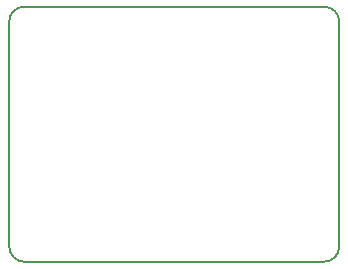
<source format=gbr>
G04 #@! TF.GenerationSoftware,KiCad,Pcbnew,(5.0.2)-1*
G04 #@! TF.CreationDate,2019-08-11T23:38:39-04:00*
G04 #@! TF.ProjectId,LT1356,4c543133-3536-42e6-9b69-6361645f7063,rev?*
G04 #@! TF.SameCoordinates,Original*
G04 #@! TF.FileFunction,Profile,NP*
%FSLAX46Y46*%
G04 Gerber Fmt 4.6, Leading zero omitted, Abs format (unit mm)*
G04 Created by KiCad (PCBNEW (5.0.2)-1) date 8/11/2019 11:38:39 PM*
%MOMM*%
%LPD*%
G01*
G04 APERTURE LIST*
%ADD10C,0.150000*%
G04 APERTURE END LIST*
D10*
X135890000Y-72390000D02*
X110490000Y-72390000D01*
X135890000Y-72390000D02*
G75*
G02X137160000Y-73660000I0J-1270000D01*
G01*
X137160000Y-92710000D02*
X137160000Y-73660000D01*
X137160000Y-92710000D02*
G75*
G02X135890000Y-93980000I-1270000J0D01*
G01*
X110490000Y-93980000D02*
X135890000Y-93980000D01*
X110490000Y-93980000D02*
G75*
G02X109220000Y-92710000I0J1270000D01*
G01*
X109220000Y-73660000D02*
X109220000Y-92710000D01*
X109220000Y-73660000D02*
G75*
G02X110490000Y-72390000I1270000J0D01*
G01*
M02*

</source>
